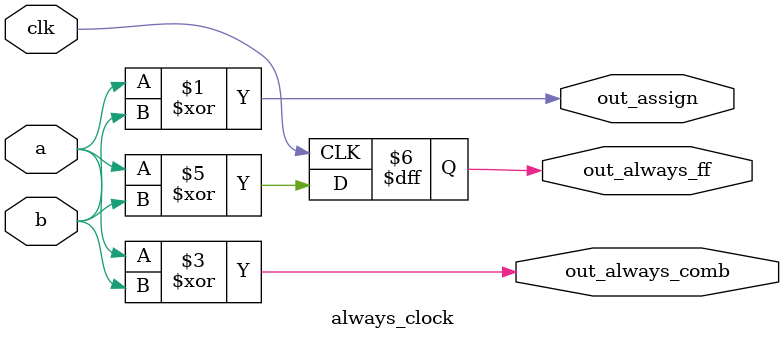
<source format=v>
module always_clock(
    input clk,
    input a,
    input b,
    output wire out_assign,
    output reg out_always_comb,
    output reg out_always_ff   );

    assign out_assign = a^b;

    always @ (*) begin 
        out_always_comb = a^b;
    end

    always @ (posedge clk) begin
        out_always_ff <= a^b;
    end

endmodule
</source>
